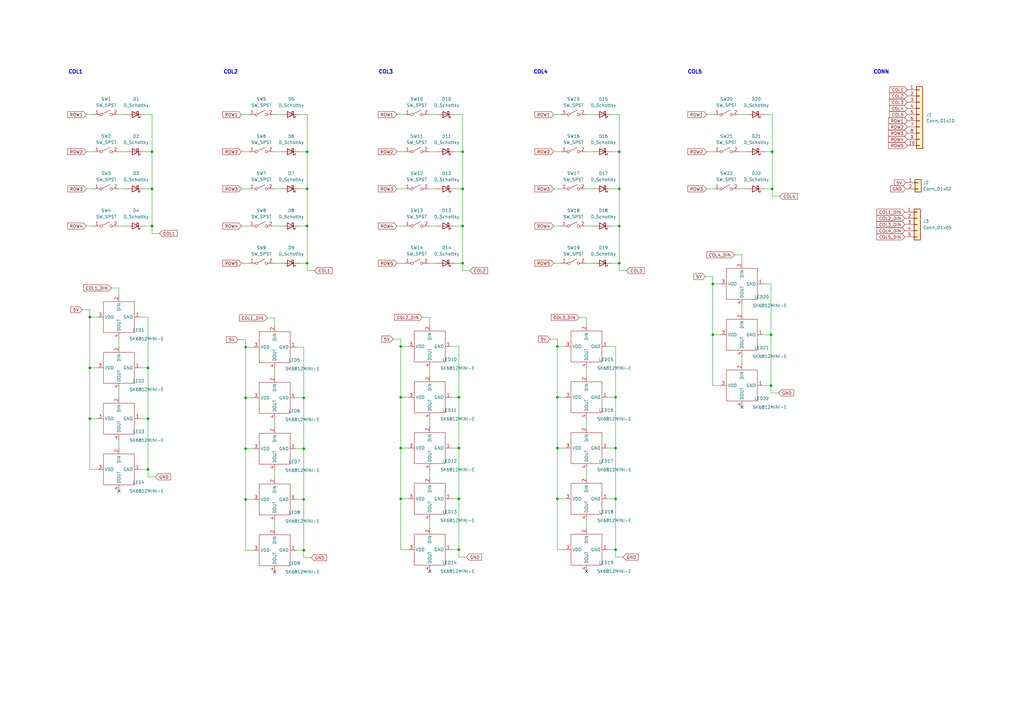
<source format=kicad_sch>
(kicad_sch (version 20211123) (generator eeschema)
  (paper "A3")
  (title_block (title "Keeb Keys") (date "2022-11-28") (rev "1") (company "Diego Covarrubias"))
  (lib_symbols
    (symbol "Connector_Generic:Conn_01x02" (pin_names (offset 1.016) hide)
      (property "Reference" "J" (at 0 2.54 0))
      (property "Value" "Conn_01x02" (at 0 -5.08 0))
      (symbol "Conn_01x02_1_1"
        (rectangle (start -1.27 -2.413) (end 0 -2.667) (stroke (width 0.1524)))
        (rectangle (start -1.27 0.127) (end 0 -0.127) (stroke (width 0.1524)))
        (rectangle (start -1.27 1.27) (end 1.27 -3.81) (stroke (width 0.254)) (fill (type background)))
        (pin passive line (at -5.08 0 0) (length 3.81) (name "Pin_1") (number "1"))
        (pin passive line (at -5.08 -2.54 0) (length 3.81) (name "Pin_2") (number "2"))
      )
    )
    (symbol "Connector_Generic:Conn_01x05" (pin_names (offset 1.016) hide)
      (property "Reference" "J" (at 0 7.62 0))
      (property "Value" "Conn_01x05" (at 0 -7.62 0))
      (symbol "Conn_01x05_1_1"
        (rectangle (start -1.27 -4.953) (end 0 -5.207) (stroke (width 0.1524)))
        (rectangle (start -1.27 -2.413) (end 0 -2.667) (stroke (width 0.1524)))
        (rectangle (start -1.27 0.127) (end 0 -0.127) (stroke (width 0.1524)))
        (rectangle (start -1.27 2.667) (end 0 2.413) (stroke (width 0.1524)))
        (rectangle (start -1.27 5.207) (end 0 4.953) (stroke (width 0.1524)))
        (rectangle (start -1.27 6.35) (end 1.27 -6.35) (stroke (width 0.254)) (fill (type background)))
        (pin passive line (at -5.08 5.08 0) (length 3.81) (name "Pin_1") (number "1"))
        (pin passive line (at -5.08 2.54 0) (length 3.81) (name "Pin_2") (number "2"))
        (pin passive line (at -5.08 0 0) (length 3.81) (name "Pin_3") (number "3"))
        (pin passive line (at -5.08 -2.54 0) (length 3.81) (name "Pin_4") (number "4"))
        (pin passive line (at -5.08 -5.08 0) (length 3.81) (name "Pin_5") (number "5"))
      )
    )
    (symbol "Connector_Generic:Conn_01x10" (pin_names (offset 1.016) hide)
      (property "Reference" "J" (at 0 12.7 0))
      (property "Value" "Conn_01x10" (at 0 -15.24 0))
      (symbol "Conn_01x10_1_1"
        (rectangle (start -1.27 -12.573) (end 0 -12.827) (stroke (width 0.1524)))
        (rectangle (start -1.27 -10.033) (end 0 -10.287) (stroke (width 0.1524)))
        (rectangle (start -1.27 -7.493) (end 0 -7.747) (stroke (width 0.1524)))
        (rectangle (start -1.27 -4.953) (end 0 -5.207) (stroke (width 0.1524)))
        (rectangle (start -1.27 -2.413) (end 0 -2.667) (stroke (width 0.1524)))
        (rectangle (start -1.27 0.127) (end 0 -0.127) (stroke (width 0.1524)))
        (rectangle (start -1.27 2.667) (end 0 2.413) (stroke (width 0.1524)))
        (rectangle (start -1.27 5.207) (end 0 4.953) (stroke (width 0.1524)))
        (rectangle (start -1.27 7.747) (end 0 7.493) (stroke (width 0.1524)))
        (rectangle (start -1.27 10.287) (end 0 10.033) (stroke (width 0.1524)))
        (rectangle (start -1.27 11.43) (end 1.27 -13.97) (stroke (width 0.254)) (fill (type background)))
        (pin passive line (at -5.08 10.16 0) (length 3.81) (name "Pin_1") (number "1"))
        (pin passive line (at -5.08 -12.7 0) (length 3.81) (name "Pin_10") (number "10"))
        (pin passive line (at -5.08 7.62 0) (length 3.81) (name "Pin_2") (number "2"))
        (pin passive line (at -5.08 5.08 0) (length 3.81) (name "Pin_3") (number "3"))
        (pin passive line (at -5.08 2.54 0) (length 3.81) (name "Pin_4") (number "4"))
        (pin passive line (at -5.08 0 0) (length 3.81) (name "Pin_5") (number "5"))
        (pin passive line (at -5.08 -2.54 0) (length 3.81) (name "Pin_6") (number "6"))
        (pin passive line (at -5.08 -5.08 0) (length 3.81) (name "Pin_7") (number "7"))
        (pin passive line (at -5.08 -7.62 0) (length 3.81) (name "Pin_8") (number "8"))
        (pin passive line (at -5.08 -10.16 0) (length 3.81) (name "Pin_9") (number "9"))
      )
    )
    (symbol "Device:D_Schottky" (pin_numbers hide) (pin_names (offset 1.016) hide)
      (property "Reference" "D" (at 0 2.54 0))
      (property "Value" "D_Schottky" (at 0 -2.54 0))
      (symbol "D_Schottky_0_1"
        (polyline (pts (xy 1.27 0) (xy -1.27 0)))
        (polyline (pts (xy 1.27 1.27) (xy 1.27 -1.27) (xy -1.27 0) (xy 1.27 1.27)) (stroke (width 0.254)))
        (polyline (pts (xy -1.905 0.635) (xy -1.905 1.27) (xy -1.27 1.27) (xy -1.27 -1.27) (xy -0.635 -1.27) (xy -0.635 -0.635)) (stroke (width 0.254)))
      )
      (symbol "D_Schottky_1_1"
        (pin passive line (at -3.81 0 0) (length 2.54) (name "K") (number "1"))
        (pin passive line (at 3.81 0 180) (length 2.54) (name "A") (number "2"))
      )
    )
    (symbol "Switch:SW_SPST" (pin_names (offset 0) hide)
      (property "Reference" "SW" (at 0 3.175 0))
      (property "Value" "SW_SPST" (at 0 -2.54 0))
      (symbol "SW_SPST_0_0"
        (circle (center -2.032 0) (radius 0.508))
        (polyline (pts (xy -1.524 0.254) (xy 1.524 1.778)))
        (circle (center 2.032 0) (radius 0.508))
      )
      (symbol "SW_SPST_1_1"
        (pin passive line (at -5.08 0 0) (length 2.54) (name "A") (number "1"))
        (pin passive line (at 5.08 0 180) (length 2.54) (name "B") (number "2"))
      )
    )
    (symbol "klib:SK6812MINI-E"
      (property "Reference" "LED" (at 10.16 -6.35 0))
      (property "Value" "SK6812MINI-E" (at 11.43 -8.89 0))
      (symbol "SK6812MINI-E_0_1"
        (rectangle (start -6.35 6.35) (end 6.35 -6.35))
      )
      (symbol "SK6812MINI-E_1_1"
        (pin input line (at 8.89 0 180) (length 2.54) (name "GND") (number "1"))
        (pin input line (at 0 8.89 270) (length 2.54) (name "DIN") (number "2"))
        (pin input line (at -8.89 0 0) (length 2.54) (name "VDD") (number "3"))
        (pin input line (at 0 -8.89 90) (length 2.54) (name "DOUT") (number "4"))
      )
    )
  )
  (junction (at 100.711 163.195))
  (junction (at 254 92.71))
  (junction (at 124.587 184.023))
  (junction (at 189.738 62.23))
  (junction (at 124.587 225.679))
  (junction (at 254 77.47))
  (junction (at 62.357 62.23))
  (junction (at 100.711 184.023))
  (junction (at 60.706 171.704))
  (junction (at 60.706 192.532))
  (junction (at 125.984 62.23))
  (junction (at 164.338 183.769))
  (junction (at 316.23 158.115))
  (junction (at 188.214 204.597))
  (junction (at 124.587 204.851))
  (junction (at 62.357 77.47))
  (junction (at 189.738 92.71))
  (junction (at 228.6 204.597))
  (junction (at 188.214 225.425))
  (junction (at 252.476 183.769))
  (junction (at 252.476 204.597))
  (junction (at 100.711 204.851))
  (junction (at 292.354 137.287))
  (junction (at 124.587 163.195))
  (junction (at 189.738 77.47))
  (junction (at 254 62.23))
  (junction (at 188.214 183.769))
  (junction (at 164.338 204.597))
  (junction (at 292.354 116.459))
  (junction (at 228.6 183.769))
  (junction (at 164.338 142.113))
  (junction (at 188.214 162.941))
  (junction (at 228.6 162.941))
  (junction (at 252.476 162.941))
  (junction (at 100.711 142.367))
  (junction (at 316.738 77.47))
  (junction (at 60.706 150.876))
  (junction (at 316.23 137.287))
  (junction (at 254 107.95))
  (junction (at 189.738 107.95))
  (junction (at 36.83 130.048))
  (junction (at 125.984 107.95))
  (junction (at 316.738 62.23))
  (junction (at 62.357 92.71))
  (junction (at 164.338 162.941))
  (junction (at 228.6 142.113))
  (junction (at 36.83 150.876))
  (junction (at 252.476 225.425))
  (junction (at 125.984 77.47))
  (junction (at 125.984 92.71))
  (junction (at 36.83 171.704))
  (no_connect (at 176.276 234.315))
  (no_connect (at 48.768 201.422))
  (no_connect (at 304.292 167.005))
  (no_connect (at 240.538 234.315))
  (no_connect (at 112.649 234.569))
  (wire (pts (xy 62.357 46.99) (xy 62.357 62.23)))
  (wire (pts (xy 316.23 116.459) (xy 313.182 116.459)))
  (wire (pts (xy 122.936 92.71) (xy 125.984 92.71)))
  (wire (pts (xy 57.658 192.532) (xy 60.706 192.532)))
  (wire (pts (xy 301.244 104.521) (xy 304.292 104.521)))
  (wire (pts (xy 167.386 142.113) (xy 164.338 142.113)))
  (wire (pts (xy 100.711 204.851) (xy 100.711 225.679)))
  (wire (pts (xy 319.786 80.518) (xy 316.738 80.518)))
  (wire (pts (xy 252.476 183.769) (xy 249.428 183.769)))
  (wire (pts (xy 189.738 62.23) (xy 189.738 77.47)))
  (wire (pts (xy 60.706 171.704) (xy 57.658 171.704)))
  (wire (pts (xy 240.538 213.487) (xy 240.538 216.535)))
  (wire (pts (xy 252.476 204.597) (xy 252.476 183.769)))
  (wire (pts (xy 240.284 46.99) (xy 243.332 46.99)))
  (wire (pts (xy 124.587 204.851) (xy 124.587 184.023)))
  (wire (pts (xy 228.6 162.941) (xy 228.6 183.769)))
  (wire (pts (xy 304.292 125.349) (xy 304.292 128.397)))
  (wire (pts (xy 100.711 139.319) (xy 100.711 142.367)))
  (wire (pts (xy 176.276 213.487) (xy 176.276 216.535)))
  (wire (pts (xy 48.641 46.99) (xy 51.689 46.99)))
  (wire (pts (xy 59.309 92.71) (xy 62.357 92.71)))
  (wire (pts (xy 304.292 146.177) (xy 304.292 149.225)))
  (wire (pts (xy 112.649 172.085) (xy 112.649 175.133)))
  (wire (pts (xy 192.786 110.998) (xy 189.738 110.998)))
  (wire (pts (xy 100.711 142.367) (xy 100.711 163.195)))
  (wire (pts (xy 59.309 46.99) (xy 62.357 46.99)))
  (wire (pts (xy 99.06 62.23) (xy 102.108 62.23)))
  (wire (pts (xy 164.338 162.941) (xy 167.386 162.941)))
  (wire (pts (xy 254 92.71) (xy 254 107.95)))
  (wire (pts (xy 48.768 180.594) (xy 48.768 183.642)))
  (wire (pts (xy 162.814 46.99) (xy 165.862 46.99)))
  (wire (pts (xy 176.276 171.831) (xy 176.276 174.879)))
  (wire (pts (xy 112.649 151.257) (xy 112.649 154.305)))
  (wire (pts (xy 303.022 77.47) (xy 306.07 77.47)))
  (wire (pts (xy 186.69 107.95) (xy 189.738 107.95)))
  (wire (pts (xy 36.83 150.876) (xy 39.878 150.876)))
  (wire (pts (xy 100.711 163.195) (xy 100.711 184.023)))
  (wire (pts (xy 124.587 163.195) (xy 121.539 163.195)))
  (wire (pts (xy 176.276 130.175) (xy 176.276 133.223)))
  (wire (pts (xy 59.309 62.23) (xy 62.357 62.23)))
  (wire (pts (xy 99.06 46.99) (xy 102.108 46.99)))
  (wire (pts (xy 164.338 162.941) (xy 164.338 183.769)))
  (wire (pts (xy 112.649 192.913) (xy 112.649 195.961)))
  (wire (pts (xy 164.338 139.065) (xy 164.338 142.113)))
  (wire (pts (xy 162.814 107.95) (xy 165.862 107.95)))
  (wire (pts (xy 240.538 171.831) (xy 240.538 174.879)))
  (wire (pts (xy 48.641 77.47) (xy 51.689 77.47)))
  (wire (pts (xy 99.06 107.95) (xy 102.108 107.95)))
  (wire (pts (xy 250.952 46.99) (xy 254 46.99)))
  (wire (pts (xy 112.268 107.95) (xy 115.316 107.95)))
  (wire (pts (xy 255.524 228.473) (xy 252.476 228.473)))
  (wire (pts (xy 62.357 77.47) (xy 62.357 92.71)))
  (wire (pts (xy 176.022 107.95) (xy 179.07 107.95)))
  (wire (pts (xy 125.984 46.99) (xy 125.984 62.23)))
  (wire (pts (xy 60.706 150.876) (xy 60.706 130.048)))
  (wire (pts (xy 304.292 104.521) (xy 304.292 107.569)))
  (wire (pts (xy 189.738 77.47) (xy 189.738 92.71)))
  (wire (pts (xy 250.952 92.71) (xy 254 92.71)))
  (wire (pts (xy 237.49 130.175) (xy 240.538 130.175)))
  (wire (pts (xy 227.076 107.95) (xy 230.124 107.95)))
  (wire (pts (xy 125.984 92.71) (xy 125.984 107.95)))
  (wire (pts (xy 191.262 228.473) (xy 188.214 228.473)))
  (wire (pts (xy 313.69 77.47) (xy 316.738 77.47)))
  (wire (pts (xy 252.476 225.425) (xy 249.428 225.425)))
  (wire (pts (xy 60.706 195.58) (xy 60.706 192.532)))
  (wire (pts (xy 62.357 95.758) (xy 62.357 92.71)))
  (wire (pts (xy 33.782 127) (xy 36.83 127)))
  (wire (pts (xy 228.6 225.425) (xy 231.648 225.425)))
  (wire (pts (xy 36.83 127) (xy 36.83 130.048)))
  (wire (pts (xy 228.6 142.113) (xy 228.6 162.941)))
  (wire (pts (xy 124.587 204.851) (xy 124.587 225.679)))
  (wire (pts (xy 189.738 46.99) (xy 189.738 62.23)))
  (wire (pts (xy 36.83 150.876) (xy 36.83 171.704)))
  (wire (pts (xy 240.538 192.659) (xy 240.538 195.707)))
  (wire (pts (xy 125.984 62.23) (xy 125.984 77.47)))
  (wire (pts (xy 62.357 62.23) (xy 62.357 77.47)))
  (wire (pts (xy 188.214 142.113) (xy 185.166 142.113)))
  (wire (pts (xy 225.552 139.065) (xy 228.6 139.065)))
  (wire (pts (xy 289.306 113.411) (xy 292.354 113.411)))
  (wire (pts (xy 48.768 118.11) (xy 48.768 121.158)))
  (wire (pts (xy 228.6 204.597) (xy 228.6 225.425)))
  (wire (pts (xy 35.433 46.99) (xy 38.481 46.99)))
  (wire (pts (xy 227.076 46.99) (xy 230.124 46.99)))
  (wire (pts (xy 162.814 62.23) (xy 165.862 62.23)))
  (wire (pts (xy 254 46.99) (xy 254 62.23)))
  (wire (pts (xy 257.048 110.998) (xy 254 110.998)))
  (wire (pts (xy 124.587 225.679) (xy 121.539 225.679)))
  (wire (pts (xy 103.759 204.851) (xy 100.711 204.851)))
  (wire (pts (xy 240.538 130.175) (xy 240.538 133.223)))
  (wire (pts (xy 48.768 159.766) (xy 48.768 162.814)))
  (wire (pts (xy 189.738 92.71) (xy 189.738 107.95)))
  (wire (pts (xy 303.022 46.99) (xy 306.07 46.99)))
  (wire (pts (xy 176.276 151.003) (xy 176.276 154.051)))
  (wire (pts (xy 48.768 138.938) (xy 48.768 141.986)))
  (wire (pts (xy 188.214 204.597) (xy 188.214 225.425)))
  (wire (pts (xy 249.428 204.597) (xy 252.476 204.597)))
  (wire (pts (xy 227.076 62.23) (xy 230.124 62.23)))
  (wire (pts (xy 188.214 183.769) (xy 185.166 183.769)))
  (wire (pts (xy 60.706 192.532) (xy 60.706 171.704)))
  (wire (pts (xy 186.69 77.47) (xy 189.738 77.47)))
  (wire (pts (xy 240.538 151.003) (xy 240.538 154.051)))
  (wire (pts (xy 292.354 116.459) (xy 292.354 137.287)))
  (wire (pts (xy 100.711 163.195) (xy 103.759 163.195)))
  (wire (pts (xy 186.69 62.23) (xy 189.738 62.23)))
  (wire (pts (xy 252.476 142.113) (xy 249.428 142.113)))
  (wire (pts (xy 188.214 162.941) (xy 188.214 142.113)))
  (wire (pts (xy 254 62.23) (xy 254 77.47)))
  (wire (pts (xy 185.166 204.597) (xy 188.214 204.597)))
  (wire (pts (xy 65.405 95.758) (xy 62.357 95.758)))
  (wire (pts (xy 228.6 183.769) (xy 231.648 183.769)))
  (wire (pts (xy 240.284 77.47) (xy 243.332 77.47)))
  (wire (pts (xy 39.878 192.532) (xy 36.83 192.532)))
  (wire (pts (xy 35.433 62.23) (xy 38.481 62.23)))
  (wire (pts (xy 313.69 62.23) (xy 316.738 62.23)))
  (wire (pts (xy 252.476 204.597) (xy 252.476 225.425)))
  (wire (pts (xy 45.72 118.11) (xy 48.768 118.11)))
  (wire (pts (xy 122.936 77.47) (xy 125.984 77.47)))
  (wire (pts (xy 129.032 110.998) (xy 125.984 110.998)))
  (wire (pts (xy 60.706 171.704) (xy 60.706 150.876)))
  (wire (pts (xy 60.706 150.876) (xy 57.658 150.876)))
  (wire (pts (xy 48.641 92.71) (xy 51.689 92.71)))
  (wire (pts (xy 112.649 130.429) (xy 112.649 133.477)))
  (wire (pts (xy 112.268 77.47) (xy 115.316 77.47)))
  (wire (pts (xy 188.214 162.941) (xy 185.166 162.941)))
  (wire (pts (xy 103.759 142.367) (xy 100.711 142.367)))
  (wire (pts (xy 63.754 195.58) (xy 60.706 195.58)))
  (wire (pts (xy 125.984 77.47) (xy 125.984 92.71)))
  (wire (pts (xy 124.587 163.195) (xy 124.587 142.367)))
  (wire (pts (xy 100.711 204.851) (xy 100.711 184.023)))
  (wire (pts (xy 124.587 228.727) (xy 124.587 225.679)))
  (wire (pts (xy 188.214 204.597) (xy 188.214 183.769)))
  (wire (pts (xy 316.738 80.518) (xy 316.738 77.47)))
  (wire (pts (xy 60.706 130.048) (xy 57.658 130.048)))
  (wire (pts (xy 176.022 77.47) (xy 179.07 77.47)))
  (wire (pts (xy 303.022 62.23) (xy 306.07 62.23)))
  (wire (pts (xy 316.23 137.287) (xy 316.23 116.459)))
  (wire (pts (xy 36.83 130.048) (xy 36.83 150.876)))
  (wire (pts (xy 176.022 62.23) (xy 179.07 62.23)))
  (wire (pts (xy 231.648 142.113) (xy 228.6 142.113)))
  (wire (pts (xy 59.309 77.47) (xy 62.357 77.47)))
  (wire (pts (xy 188.214 228.473) (xy 188.214 225.425)))
  (wire (pts (xy 252.476 162.941) (xy 249.428 162.941)))
  (wire (pts (xy 227.076 77.47) (xy 230.124 77.47)))
  (wire (pts (xy 316.23 137.287) (xy 316.23 158.115)))
  (wire (pts (xy 186.69 92.71) (xy 189.738 92.71)))
  (wire (pts (xy 125.984 110.998) (xy 125.984 107.95)))
  (wire (pts (xy 164.338 225.425) (xy 167.386 225.425)))
  (wire (pts (xy 319.278 161.163) (xy 316.23 161.163)))
  (wire (pts (xy 289.814 77.47) (xy 292.862 77.47)))
  (wire (pts (xy 39.878 130.048) (xy 36.83 130.048)))
  (wire (pts (xy 252.476 162.941) (xy 252.476 142.113)))
  (wire (pts (xy 112.268 92.71) (xy 115.316 92.71)))
  (wire (pts (xy 125.984 107.95) (xy 122.936 107.95)))
  (wire (pts (xy 164.338 204.597) (xy 164.338 225.425)))
  (wire (pts (xy 240.284 107.95) (xy 243.332 107.95)))
  (wire (pts (xy 188.214 225.425) (xy 185.166 225.425)))
  (wire (pts (xy 250.952 107.95) (xy 254 107.95)))
  (wire (pts (xy 240.284 62.23) (xy 243.332 62.23)))
  (wire (pts (xy 240.284 92.71) (xy 243.332 92.71)))
  (wire (pts (xy 188.214 183.769) (xy 188.214 162.941)))
  (wire (pts (xy 292.354 137.287) (xy 292.354 158.115)))
  (wire (pts (xy 112.268 46.99) (xy 115.316 46.99)))
  (wire (pts (xy 35.433 77.47) (xy 38.481 77.47)))
  (wire (pts (xy 36.83 192.532) (xy 36.83 171.704)))
  (wire (pts (xy 228.6 204.597) (xy 228.6 183.769)))
  (wire (pts (xy 124.587 184.023) (xy 124.587 163.195)))
  (wire (pts (xy 316.738 46.99) (xy 316.738 62.23)))
  (wire (pts (xy 186.69 46.99) (xy 189.738 46.99)))
  (wire (pts (xy 112.649 213.741) (xy 112.649 216.789)))
  (wire (pts (xy 48.641 62.23) (xy 51.689 62.23)))
  (wire (pts (xy 176.022 46.99) (xy 179.07 46.99)))
  (wire (pts (xy 109.601 130.429) (xy 112.649 130.429)))
  (wire (pts (xy 228.6 139.065) (xy 228.6 142.113)))
  (wire (pts (xy 289.814 46.99) (xy 292.862 46.99)))
  (wire (pts (xy 254 77.47) (xy 254 92.71)))
  (wire (pts (xy 254 110.998) (xy 254 107.95)))
  (wire (pts (xy 99.06 92.71) (xy 102.108 92.71)))
  (wire (pts (xy 100.711 225.679) (xy 103.759 225.679)))
  (wire (pts (xy 289.814 62.23) (xy 292.862 62.23)))
  (wire (pts (xy 124.587 184.023) (xy 121.539 184.023)))
  (wire (pts (xy 252.476 183.769) (xy 252.476 162.941)))
  (wire (pts (xy 228.6 162.941) (xy 231.648 162.941)))
  (wire (pts (xy 100.711 184.023) (xy 103.759 184.023)))
  (wire (pts (xy 231.648 204.597) (xy 228.6 204.597)))
  (wire (pts (xy 227.076 92.71) (xy 230.124 92.71)))
  (wire (pts (xy 127.635 228.727) (xy 124.587 228.727)))
  (wire (pts (xy 35.433 92.71) (xy 38.481 92.71)))
  (wire (pts (xy 164.338 142.113) (xy 164.338 162.941)))
  (wire (pts (xy 173.228 130.175) (xy 176.276 130.175)))
  (wire (pts (xy 112.268 62.23) (xy 115.316 62.23)))
  (wire (pts (xy 316.23 137.287) (xy 313.182 137.287)))
  (wire (pts (xy 316.23 161.163) (xy 316.23 158.115)))
  (wire (pts (xy 292.354 113.411) (xy 292.354 116.459)))
  (wire (pts (xy 167.386 204.597) (xy 164.338 204.597)))
  (wire (pts (xy 99.06 77.47) (xy 102.108 77.47)))
  (wire (pts (xy 313.69 46.99) (xy 316.738 46.99)))
  (wire (pts (xy 164.338 204.597) (xy 164.338 183.769)))
  (wire (pts (xy 162.814 77.47) (xy 165.862 77.47)))
  (wire (pts (xy 250.952 62.23) (xy 254 62.23)))
  (wire (pts (xy 189.738 110.998) (xy 189.738 107.95)))
  (wire (pts (xy 250.952 77.47) (xy 254 77.47)))
  (wire (pts (xy 161.29 139.065) (xy 164.338 139.065)))
  (wire (pts (xy 295.402 116.459) (xy 292.354 116.459)))
  (wire (pts (xy 36.83 171.704) (xy 39.878 171.704)))
  (wire (pts (xy 313.182 158.115) (xy 316.23 158.115)))
  (wire (pts (xy 97.663 139.319) (xy 100.711 139.319)))
  (wire (pts (xy 252.476 228.473) (xy 252.476 225.425)))
  (wire (pts (xy 292.354 137.287) (xy 295.402 137.287)))
  (wire (pts (xy 124.587 142.367) (xy 121.539 142.367)))
  (wire (pts (xy 122.936 62.23) (xy 125.984 62.23)))
  (wire (pts (xy 121.539 204.851) (xy 124.587 204.851)))
  (wire (pts (xy 164.338 183.769) (xy 167.386 183.769)))
  (wire (pts (xy 176.022 92.71) (xy 179.07 92.71)))
  (wire (pts (xy 162.814 92.71) (xy 165.862 92.71)))
  (wire (pts (xy 176.276 192.659) (xy 176.276 195.707)))
  (wire (pts (xy 316.738 62.23) (xy 316.738 77.47)))
  (wire (pts (xy 122.936 46.99) (xy 125.984 46.99)))
  (wire (pts (xy 295.402 158.115) (xy 292.354 158.115)))
  (text "COL5" (at 281.94 30.48 0) (effects (font (size 1.5 1.5) (thickness 0.3) bold) (justify left bottom)))
  (text "CONN" (at 358.14 30.48 0) (effects (font (size 1.5 1.5) (thickness 0.3) bold) (justify left bottom)))
  (text "COL3" (at 155.194 30.48 0) (effects (font (size 1.5 1.5) (thickness 0.3) bold) (justify left bottom)))
  (text "COL2" (at 91.567 30.48 0) (effects (font (size 1.5 1.5) (thickness 0.3) bold) (justify left bottom)))
  (text "COL1" (at 27.94 30.48 0) (effects (font (size 1.5 1.5) (thickness 0.3) bold) (justify left bottom)))
  (text "COL4" (at 218.694 30.48 0) (effects (font (size 1.5 1.5) (thickness 0.3) bold) (justify left bottom)))
  (global_label "ROW4" (shape input) (at 35.433 92.71 180) (property "Intersheet References" "${INTERSHEET_REFS}" (effects hide)))
  (global_label "ROW3" (shape input) (at 35.433 77.47 180) (property "Intersheet References" "${INTERSHEET_REFS}" (effects hide)))
  (global_label "ROW1" (shape input) (at 99.06 46.99 180) (property "Intersheet References" "${INTERSHEET_REFS}" (effects hide)))
  (global_label "ROW4" (shape input) (at 227.076 92.71 180) (property "Intersheet References" "${INTERSHEET_REFS}" (effects hide)))
  (global_label "5V" (shape input) (at 97.663 139.319 180) (property "Intersheet References" "${INTERSHEET_REFS}" (effects hide)))
  (global_label "COL1" (shape input) (at 372.11 36.83 180) (property "Intersheet References" "${INTERSHEET_REFS}" (effects hide)))
  (global_label "ROW2" (shape input) (at 35.433 62.23 180) (property "Intersheet References" "${INTERSHEET_REFS}" (effects hide)))
  (global_label "COL5" (shape input) (at 372.11 46.99 180) (property "Intersheet References" "${INTERSHEET_REFS}" (effects hide)))
  (global_label "ROW3" (shape input) (at 289.814 77.47 180) (property "Intersheet References" "${INTERSHEET_REFS}" (effects hide)))
  (global_label "ROW3" (shape input) (at 99.06 77.47 180) (property "Intersheet References" "${INTERSHEET_REFS}" (effects hide)))
  (global_label "COL3" (shape input) (at 372.11 41.91 180) (property "Intersheet References" "${INTERSHEET_REFS}" (effects hide)))
  (global_label "ROW5" (shape input) (at 162.814 107.95 180) (property "Intersheet References" "${INTERSHEET_REFS}" (effects hide)))
  (global_label "COL5_DIN" (shape input) (at 371.094 97.155 180) (property "Intersheet References" "${INTERSHEET_REFS}" (effects hide)))
  (global_label "ROW2" (shape input) (at 99.06 62.23 180) (property "Intersheet References" "${INTERSHEET_REFS}" (effects hide)))
  (global_label "COL1" (shape input) (at 65.405 95.758 0) (property "Intersheet References" "${INTERSHEET_REFS}" (effects hide)))
  (global_label "ROW5" (shape input) (at 372.11 59.69 180) (property "Intersheet References" "${INTERSHEET_REFS}" (effects hide)))
  (global_label "ROW5" (shape input) (at 99.06 107.95 180) (property "Intersheet References" "${INTERSHEET_REFS}" (effects hide)))
  (global_label "ROW3" (shape input) (at 372.11 54.61 180) (property "Intersheet References" "${INTERSHEET_REFS}" (effects hide)))
  (global_label "COL3_DIN" (shape input) (at 237.49 130.175 180) (property "Intersheet References" "${INTERSHEET_REFS}" (effects hide)))
  (global_label "ROW5" (shape input) (at 227.076 107.95 180) (property "Intersheet References" "${INTERSHEET_REFS}" (effects hide)))
  (global_label "ROW2" (shape input) (at 162.814 62.23 180) (property "Intersheet References" "${INTERSHEET_REFS}" (effects hide)))
  (global_label "COL3_DIN" (shape input) (at 371.094 92.075 180) (property "Intersheet References" "${INTERSHEET_REFS}" (effects hide)))
  (global_label "COL4_DIN" (shape input) (at 371.094 94.615 180) (property "Intersheet References" "${INTERSHEET_REFS}" (effects hide)))
  (global_label "ROW2" (shape input) (at 289.814 62.23 180) (property "Intersheet References" "${INTERSHEET_REFS}" (effects hide)))
  (global_label "GND" (shape input) (at 127.635 228.727 0) (property "Intersheet References" "${INTERSHEET_REFS}" (effects hide)))
  (global_label "COL2" (shape input) (at 372.11 39.37 180) (property "Intersheet References" "${INTERSHEET_REFS}" (effects hide)))
  (global_label "5V" (shape input) (at 33.782 127 180) (property "Intersheet References" "${INTERSHEET_REFS}" (effects hide)))
  (global_label "GND" (shape input) (at 63.754 195.58 0) (property "Intersheet References" "${INTERSHEET_REFS}" (effects hide)))
  (global_label "COL2_DIN" (shape input) (at 173.228 130.175 180) (property "Intersheet References" "${INTERSHEET_REFS}" (effects hide)))
  (global_label "5V" (shape input) (at 161.29 139.065 180) (property "Intersheet References" "${INTERSHEET_REFS}" (effects hide)))
  (global_label "5V" (shape input) (at 289.306 113.411 180) (property "Intersheet References" "${INTERSHEET_REFS}" (effects hide)))
  (global_label "COL4" (shape input) (at 372.11 44.45 180) (property "Intersheet References" "${INTERSHEET_REFS}" (effects hide)))
  (global_label "GND" (shape input) (at 255.524 228.473 0) (property "Intersheet References" "${INTERSHEET_REFS}" (effects hide)))
  (global_label "COL2_DIN" (shape input) (at 371.094 89.535 180) (property "Intersheet References" "${INTERSHEET_REFS}" (effects hide)))
  (global_label "ROW3" (shape input) (at 162.814 77.47 180) (property "Intersheet References" "${INTERSHEET_REFS}" (effects hide)))
  (global_label "COL1" (shape input) (at 129.032 110.998 0) (property "Intersheet References" "${INTERSHEET_REFS}" (effects hide)))
  (global_label "ROW4" (shape input) (at 372.11 57.15 180) (property "Intersheet References" "${INTERSHEET_REFS}" (effects hide)))
  (global_label "COL4_DIN" (shape input) (at 301.244 104.521 180) (property "Intersheet References" "${INTERSHEET_REFS}" (effects hide)))
  (global_label "COL4" (shape input) (at 319.786 80.518 0) (property "Intersheet References" "${INTERSHEET_REFS}" (effects hide)))
  (global_label "GND" (shape input) (at 319.278 161.163 0) (property "Intersheet References" "${INTERSHEET_REFS}" (effects hide)))
  (global_label "GND" (shape input) (at 191.262 228.473 0) (property "Intersheet References" "${INTERSHEET_REFS}" (effects hide)))
  (global_label "ROW3" (shape input) (at 227.076 77.47 180) (property "Intersheet References" "${INTERSHEET_REFS}" (effects hide)))
  (global_label "COL1_DIN" (shape input) (at 371.094 86.995 180) (property "Intersheet References" "${INTERSHEET_REFS}" (effects hide)))
  (global_label "COL1_DIN" (shape input) (at 109.601 130.429 180) (property "Intersheet References" "${INTERSHEET_REFS}" (effects hide)))
  (global_label "ROW2" (shape input) (at 372.11 52.07 180) (property "Intersheet References" "${INTERSHEET_REFS}" (effects hide)))
  (global_label "GND" (shape input) (at 371.475 77.47 180) (property "Intersheet References" "${INTERSHEET_REFS}" (effects hide)))
  (global_label "5V" (shape input) (at 225.552 139.065 180) (property "Intersheet References" "${INTERSHEET_REFS}" (effects hide)))
  (global_label "ROW1" (shape input) (at 227.076 46.99 180) (property "Intersheet References" "${INTERSHEET_REFS}" (effects hide)))
  (global_label "ROW1" (shape input) (at 162.814 46.99 180) (property "Intersheet References" "${INTERSHEET_REFS}" (effects hide)))
  (global_label "COL3" (shape input) (at 257.048 110.998 0) (property "Intersheet References" "${INTERSHEET_REFS}" (effects hide)))
  (global_label "ROW4" (shape input) (at 162.814 92.71 180) (property "Intersheet References" "${INTERSHEET_REFS}" (effects hide)))
  (global_label "ROW1" (shape input) (at 372.11 49.53 180) (property "Intersheet References" "${INTERSHEET_REFS}" (effects hide)))
  (global_label "ROW4" (shape input) (at 99.06 92.71 180) (property "Intersheet References" "${INTERSHEET_REFS}" (effects hide)))
  (global_label "ROW1" (shape input) (at 289.814 46.99 180) (property "Intersheet References" "${INTERSHEET_REFS}" (effects hide)))
  (global_label "COL2" (shape input) (at 192.786 110.998 0) (property "Intersheet References" "${INTERSHEET_REFS}" (effects hide)))
  (global_label "ROW1" (shape input) (at 35.433 46.99 180) (property "Intersheet References" "${INTERSHEET_REFS}" (effects hide)))
  (global_label "ROW2" (shape input) (at 227.076 62.23 180) (property "Intersheet References" "${INTERSHEET_REFS}" (effects hide)))
  (global_label "COL1_DIN" (shape input) (at 45.72 118.11 180) (property "Intersheet References" "${INTERSHEET_REFS}" (effects hide)))
  (global_label "5V" (shape input) (at 371.475 74.93 180) (property "Intersheet References" "${INTERSHEET_REFS}" (effects hide)))
  (symbol (lib_id "klib:SK6812MINI-E") (at 240.538 225.425 0) (unit 1)
    (property "Reference" "LED19" (at 248.666 230.759 0))
    (property "Value" "SK6812MINI-E" (at 251.968 234.315 0))
    (property "Footprint" "klib:OPSCO_SK6812MINI-E" (effects hide))
  )
  (symbol (lib_id "Switch:SW_SPST") (at 170.942 62.23 0) (unit 1)
    (property "Reference" "SW11" (at 170.942 55.88 0))
    (property "Value" "SW_SPST" (at 170.942 58.42 0))
    (property "Footprint" "klib:CHERRY_MX_SW-PCB-Reversible" (effects hide))
  )
  (symbol (lib_id "Device:D_Schottky") (at 182.88 77.47 180) (unit 1)
    (property "Reference" "D12" (at 183.1975 71.12 0))
    (property "Value" "D_Schottky" (at 183.1975 73.66 0))
    (property "Footprint" "Diode_SMD:D_SOD-323" (effects hide))
  )
  (symbol (lib_id "Device:D_Schottky") (at 55.499 62.23 180) (unit 1)
    (property "Reference" "D2" (at 55.8165 55.88 0))
    (property "Value" "D_Schottky" (at 55.8165 58.42 0))
    (property "Footprint" "Diode_SMD:D_SOD-323" (effects hide))
  )
  (symbol (lib_id "klib:SK6812MINI-E") (at 48.768 130.048 0) (unit 1)
    (property "Reference" "LED1" (at 56.896 135.382 0))
    (property "Value" "SK6812MINI-E" (at 60.198 138.938 0))
    (property "Footprint" "klib:OPSCO_SK6812MINI-E" (effects hide))
  )
  (symbol (lib_id "klib:SK6812MINI-E") (at 112.649 163.195 0) (unit 1)
    (property "Reference" "LED6" (at 120.777 168.529 0))
    (property "Value" "SK6812MINI-E" (at 124.079 172.085 0))
    (property "Footprint" "klib:OPSCO_SK6812MINI-E" (effects hide))
  )
  (symbol (lib_id "klib:SK6812MINI-E") (at 240.538 142.113 0) (unit 1)
    (property "Reference" "LED15" (at 248.666 147.447 0))
    (property "Value" "SK6812MINI-E" (at 251.968 151.003 0))
    (property "Footprint" "klib:OPSCO_SK6812MINI-E" (effects hide))
  )
  (symbol (lib_id "klib:SK6812MINI-E") (at 112.649 225.679 0) (unit 1)
    (property "Reference" "LED9" (at 120.777 231.013 0))
    (property "Value" "SK6812MINI-E" (at 124.079 234.569 0))
    (property "Footprint" "klib:OPSCO_SK6812MINI-E" (effects hide))
  )
  (symbol (lib_id "Device:D_Schottky") (at 247.142 107.95 180) (unit 1)
    (property "Reference" "D19" (at 247.4595 101.6 0))
    (property "Value" "D_Schottky" (at 247.4595 104.14 0))
    (property "Footprint" "Diode_SMD:D_SOD-323" (effects hide))
  )
  (symbol (lib_id "Device:D_Schottky") (at 119.126 46.99 180) (unit 1)
    (property "Reference" "D5" (at 119.4435 40.64 0))
    (property "Value" "D_Schottky" (at 119.4435 43.18 0))
    (property "Footprint" "Diode_SMD:D_SOD-323" (effects hide))
  )
  (symbol (lib_id "Switch:SW_SPST") (at 170.942 46.99 0) (unit 1)
    (property "Reference" "SW10" (at 170.942 40.64 0))
    (property "Value" "SW_SPST" (at 170.942 43.18 0))
    (property "Footprint" "klib:CHERRY_MX_SW-PCB-Reversible" (effects hide))
  )
  (symbol (lib_id "Switch:SW_SPST") (at 107.188 62.23 0) (unit 1)
    (property "Reference" "SW6" (at 107.188 55.88 0))
    (property "Value" "SW_SPST" (at 107.188 58.42 0))
    (property "Footprint" "klib:CHERRY_MX_SW-PCB-Reversible" (effects hide))
  )
  (symbol (lib_id "Device:D_Schottky") (at 119.126 77.47 180) (unit 1)
    (property "Reference" "D7" (at 119.4435 71.12 0))
    (property "Value" "D_Schottky" (at 119.4435 73.66 0))
    (property "Footprint" "Diode_SMD:D_SOD-323" (effects hide))
  )
  (symbol (lib_id "klib:SK6812MINI-E") (at 176.276 142.113 0) (unit 1)
    (property "Reference" "LED10" (at 184.404 147.447 0))
    (property "Value" "SK6812MINI-E" (at 187.706 151.003 0))
    (property "Footprint" "klib:OPSCO_SK6812MINI-E" (effects hide))
  )
  (symbol (lib_id "klib:SK6812MINI-E") (at 112.649 204.851 0) (unit 1)
    (property "Reference" "LED8" (at 120.777 210.185 0))
    (property "Value" "SK6812MINI-E" (at 124.079 213.741 0))
    (property "Footprint" "klib:OPSCO_SK6812MINI-E" (effects hide))
  )
  (symbol (lib_id "Device:D_Schottky") (at 247.142 46.99 180) (unit 1)
    (property "Reference" "D15" (at 247.4595 40.64 0))
    (property "Value" "D_Schottky" (at 247.4595 43.18 0))
    (property "Footprint" "Diode_SMD:D_SOD-323" (effects hide))
  )
  (symbol (lib_id "Switch:SW_SPST") (at 170.942 107.95 0) (unit 1)
    (property "Reference" "SW14" (at 170.942 101.6 0))
    (property "Value" "SW_SPST" (at 170.942 104.14 0))
    (property "Footprint" "klib:CHERRY_MX_SW-PCB-Reversible" (effects hide))
  )
  (symbol (lib_id "Device:D_Schottky") (at 55.499 46.99 180) (unit 1)
    (property "Reference" "D1" (at 55.8165 40.64 0))
    (property "Value" "D_Schottky" (at 55.8165 43.18 0))
    (property "Footprint" "Diode_SMD:D_SOD-323" (effects hide))
  )
  (symbol (lib_id "klib:SK6812MINI-E") (at 48.768 171.704 0) (unit 1)
    (property "Reference" "LED3" (at 56.896 177.038 0))
    (property "Value" "SK6812MINI-E" (at 60.198 180.594 0))
    (property "Footprint" "klib:OPSCO_SK6812MINI-E" (effects hide))
  )
  (symbol (lib_id "Switch:SW_SPST") (at 107.188 46.99 0) (unit 1)
    (property "Reference" "SW5" (at 107.188 40.64 0))
    (property "Value" "SW_SPST" (at 107.188 43.18 0))
    (property "Footprint" "klib:CHERRY_MX_SW-PCB-Reversible" (effects hide))
  )
  (symbol (lib_id "Device:D_Schottky") (at 247.142 62.23 180) (unit 1)
    (property "Reference" "D16" (at 247.4595 55.88 0))
    (property "Value" "D_Schottky" (at 247.4595 58.42 0))
    (property "Footprint" "Diode_SMD:D_SOD-323" (effects hide))
  )
  (symbol (lib_id "Device:D_Schottky") (at 182.88 62.23 180) (unit 1)
    (property "Reference" "D11" (at 183.1975 55.88 0))
    (property "Value" "D_Schottky" (at 183.1975 58.42 0))
    (property "Footprint" "Diode_SMD:D_SOD-323" (effects hide))
  )
  (symbol (lib_id "Device:D_Schottky") (at 182.88 107.95 180) (unit 1)
    (property "Reference" "D14" (at 183.1975 101.6 0))
    (property "Value" "D_Schottky" (at 183.1975 104.14 0))
    (property "Footprint" "Diode_SMD:D_SOD-323" (effects hide))
  )
  (symbol (lib_id "Switch:SW_SPST") (at 43.561 92.71 0) (unit 1)
    (property "Reference" "SW4" (at 43.561 86.36 0))
    (property "Value" "SW_SPST" (at 43.561 88.9 0))
    (property "Footprint" "klib:CHERRY_MX_SW-PCB-Reversible" (effects hide))
  )
  (symbol (lib_id "Device:D_Schottky") (at 309.88 62.23 180) (unit 1)
    (property "Reference" "D21" (at 310.1975 55.88 0))
    (property "Value" "D_Schottky" (at 310.1975 58.42 0))
    (property "Footprint" "Diode_SMD:D_SOD-323" (effects hide))
  )
  (symbol (lib_id "Device:D_Schottky") (at 119.126 107.95 180) (unit 1)
    (property "Reference" "D9" (at 119.4435 101.6 0))
    (property "Value" "D_Schottky" (at 119.4435 104.14 0))
    (property "Footprint" "Diode_SMD:D_SOD-323" (effects hide))
  )
  (symbol (lib_id "Device:D_Schottky") (at 182.88 46.99 180) (unit 1)
    (property "Reference" "D10" (at 183.1975 40.64 0))
    (property "Value" "D_Schottky" (at 183.1975 43.18 0))
    (property "Footprint" "Diode_SMD:D_SOD-323" (effects hide))
  )
  (symbol (lib_id "Device:D_Schottky") (at 309.88 46.99 180) (unit 1)
    (property "Reference" "D20" (at 310.1975 40.64 0))
    (property "Value" "D_Schottky" (at 310.1975 43.18 0))
    (property "Footprint" "Diode_SMD:D_SOD-323" (effects hide))
  )
  (symbol (lib_id "Switch:SW_SPST") (at 43.561 46.99 0) (unit 1)
    (property "Reference" "SW1" (at 43.561 40.64 0))
    (property "Value" "SW_SPST" (at 43.561 43.18 0))
    (property "Footprint" "klib:CHERRY_MX_SW-PCB-Reversible" (effects hide))
  )
  (symbol (lib_id "Switch:SW_SPST") (at 235.204 107.95 0) (unit 1)
    (property "Reference" "SW19" (at 235.204 101.6 0))
    (property "Value" "SW_SPST" (at 235.204 104.14 0))
    (property "Footprint" "klib:CHERRY_MX_SW-PCB-Reversible" (effects hide))
  )
  (symbol (lib_id "klib:SK6812MINI-E") (at 176.276 204.597 0) (unit 1)
    (property "Reference" "LED13" (at 184.404 209.931 0))
    (property "Value" "SK6812MINI-E" (at 187.706 213.487 0))
    (property "Footprint" "klib:OPSCO_SK6812MINI-E" (effects hide))
  )
  (symbol (lib_id "Switch:SW_SPST") (at 235.204 92.71 0) (unit 1)
    (property "Reference" "SW18" (at 235.204 86.36 0))
    (property "Value" "SW_SPST" (at 235.204 88.9 0))
    (property "Footprint" "klib:CHERRY_MX_SW-PCB-Reversible" (effects hide))
  )
  (symbol (lib_id "Switch:SW_SPST") (at 170.942 92.71 0) (unit 1)
    (property "Reference" "SW13" (at 170.942 86.36 0))
    (property "Value" "SW_SPST" (at 170.942 88.9 0))
    (property "Footprint" "klib:CHERRY_MX_SW-PCB-Reversible" (effects hide))
  )
  (symbol (lib_id "klib:SK6812MINI-E") (at 304.292 137.287 0) (unit 1)
    (property "Reference" "LED21" (at 312.42 142.621 0))
    (property "Value" "SK6812MINI-E" (at 315.722 146.177 0))
    (property "Footprint" "klib:OPSCO_SK6812MINI-E" (effects hide))
  )
  (symbol (lib_id "Device:D_Schottky") (at 247.142 77.47 180) (unit 1)
    (property "Reference" "D17" (at 247.4595 71.12 0))
    (property "Value" "D_Schottky" (at 247.4595 73.66 0))
    (property "Footprint" "Diode_SMD:D_SOD-323" (effects hide))
  )
  (symbol (lib_id "Connector_Generic:Conn_01x10") (at 377.19 46.99 0) (unit 1)
    (property "Reference" "J1" (at 379.857 46.9899 0) (effects (justify left)))
    (property "Value" "Conn_01x10" (at 379.857 49.5299 0) (effects (justify left)))
    (property "Footprint" "Connector_Molex:Molex_PicoBlade_53047-1010_1x10_P1.25mm_Vertical" (effects hide))
  )
  (symbol (lib_id "klib:SK6812MINI-E") (at 304.292 116.459 0) (unit 1)
    (property "Reference" "LED20" (at 312.42 121.793 0))
    (property "Value" "SK6812MINI-E" (at 315.722 125.349 0))
    (property "Footprint" "klib:OPSCO_SK6812MINI-E" (effects hide))
  )
  (symbol (lib_id "Switch:SW_SPST") (at 235.204 62.23 0) (unit 1)
    (property "Reference" "SW16" (at 235.204 55.88 0))
    (property "Value" "SW_SPST" (at 235.204 58.42 0))
    (property "Footprint" "klib:CHERRY_MX_SW-PCB-Reversible" (effects hide))
  )
  (symbol (lib_id "Switch:SW_SPST") (at 107.188 77.47 0) (unit 1)
    (property "Reference" "SW7" (at 107.188 71.12 0))
    (property "Value" "SW_SPST" (at 107.188 73.66 0))
    (property "Footprint" "klib:CHERRY_MX_SW-PCB-Reversible" (effects hide))
  )
  (symbol (lib_id "Switch:SW_SPST") (at 107.188 107.95 0) (unit 1)
    (property "Reference" "SW9" (at 107.188 101.6 0))
    (property "Value" "SW_SPST" (at 107.188 104.14 0))
    (property "Footprint" "klib:CHERRY_MX_SW-PCB-Reversible" (effects hide))
  )
  (symbol (lib_id "klib:SK6812MINI-E") (at 240.538 204.597 0) (unit 1)
    (property "Reference" "LED18" (at 248.666 209.931 0))
    (property "Value" "SK6812MINI-E" (at 251.968 213.487 0))
    (property "Footprint" "klib:OPSCO_SK6812MINI-E" (effects hide))
  )
  (symbol (lib_id "Device:D_Schottky") (at 55.499 92.71 180) (unit 1)
    (property "Reference" "D4" (at 55.8165 86.36 0))
    (property "Value" "D_Schottky" (at 55.8165 88.9 0))
    (property "Footprint" "Diode_SMD:D_SOD-323" (effects hide))
  )
  (symbol (lib_id "klib:SK6812MINI-E") (at 176.276 183.769 0) (unit 1)
    (property "Reference" "LED12" (at 184.404 189.103 0))
    (property "Value" "SK6812MINI-E" (at 187.706 192.659 0))
    (property "Footprint" "klib:OPSCO_SK6812MINI-E" (effects hide))
  )
  (symbol (lib_id "Switch:SW_SPST") (at 297.942 62.23 0) (unit 1)
    (property "Reference" "SW21" (at 297.942 55.88 0))
    (property "Value" "SW_SPST" (at 297.942 58.42 0))
    (property "Footprint" "klib:CHERRY_MX_SW-PCB-Reversible" (effects hide))
  )
  (symbol (lib_id "Connector_Generic:Conn_01x02") (at 376.555 74.93 0) (unit 1)
    (property "Reference" "J2" (at 378.587 74.9299 0) (effects (justify left)))
    (property "Value" "Conn_01x02" (at 378.587 77.4699 0) (effects (justify left)))
    (property "Footprint" "klib:MOLEX_533750210-Mini-Lock-2Pin-Through-Hole" (effects hide))
  )
  (symbol (lib_id "Switch:SW_SPST") (at 43.561 62.23 0) (unit 1)
    (property "Reference" "SW2" (at 43.561 55.88 0))
    (property "Value" "SW_SPST" (at 43.561 58.42 0))
    (property "Footprint" "klib:CHERRY_MX_SW-PCB-Reversible" (effects hide))
  )
  (symbol (lib_id "Connector_Generic:Conn_01x05") (at 376.174 92.075 0) (unit 1)
    (property "Reference" "J3" (at 378.587 90.8049 0) (effects (justify left)))
    (property "Value" "Conn_01x05" (at 378.587 93.3449 0) (effects (justify left)))
    (property "Footprint" "Connector_Molex:Molex_PicoBlade_53047-0510_1x05_P1.25mm_Vertical" (effects hide))
  )
  (symbol (lib_id "Switch:SW_SPST") (at 170.942 77.47 0) (unit 1)
    (property "Reference" "SW12" (at 170.942 71.12 0))
    (property "Value" "SW_SPST" (at 170.942 73.66 0))
    (property "Footprint" "klib:CHERRY_MX_SW-PCB-Reversible" (effects hide))
  )
  (symbol (lib_id "klib:SK6812MINI-E") (at 240.538 183.769 0) (unit 1)
    (property "Reference" "LED17" (at 248.666 189.103 0))
    (property "Value" "SK6812MINI-E" (at 251.968 192.659 0))
    (property "Footprint" "klib:OPSCO_SK6812MINI-E" (effects hide))
  )
  (symbol (lib_id "klib:SK6812MINI-E") (at 176.276 225.425 0) (unit 1)
    (property "Reference" "LED14" (at 184.404 230.759 0))
    (property "Value" "SK6812MINI-E" (at 187.706 234.315 0))
    (property "Footprint" "klib:OPSCO_SK6812MINI-E" (effects hide))
  )
  (symbol (lib_id "klib:SK6812MINI-E") (at 240.538 162.941 0) (unit 1)
    (property "Reference" "LED16" (at 248.666 168.275 0))
    (property "Value" "SK6812MINI-E" (at 251.968 171.831 0))
    (property "Footprint" "klib:OPSCO_SK6812MINI-E" (effects hide))
  )
  (symbol (lib_id "Switch:SW_SPST") (at 43.561 77.47 0) (unit 1)
    (property "Reference" "SW3" (at 43.561 71.12 0))
    (property "Value" "SW_SPST" (at 43.561 73.66 0))
    (property "Footprint" "klib:CHERRY_MX_SW-PCB-Reversible" (effects hide))
  )
  (symbol (lib_id "klib:SK6812MINI-E") (at 112.649 184.023 0) (unit 1)
    (property "Reference" "LED7" (at 120.777 189.357 0))
    (property "Value" "SK6812MINI-E" (at 124.079 192.913 0))
    (property "Footprint" "klib:OPSCO_SK6812MINI-E" (effects hide))
  )
  (symbol (lib_id "Device:D_Schottky") (at 247.142 92.71 180) (unit 1)
    (property "Reference" "D18" (at 247.4595 86.36 0))
    (property "Value" "D_Schottky" (at 247.4595 88.9 0))
    (property "Footprint" "Diode_SMD:D_SOD-323" (effects hide))
  )
  (symbol (lib_id "Switch:SW_SPST") (at 107.188 92.71 0) (unit 1)
    (property "Reference" "SW8" (at 107.188 86.36 0))
    (property "Value" "SW_SPST" (at 107.188 88.9 0))
    (property "Footprint" "klib:CHERRY_MX_SW-PCB-Reversible" (effects hide))
  )
  (symbol (lib_id "Switch:SW_SPST") (at 297.942 77.47 0) (unit 1)
    (property "Reference" "SW22" (at 297.942 71.12 0))
    (property "Value" "SW_SPST" (at 297.942 73.66 0))
    (property "Footprint" "klib:CHERRY_MX_SW-PCB-Reversible" (effects hide))
  )
  (symbol (lib_id "Switch:SW_SPST") (at 235.204 77.47 0) (unit 1)
    (property "Reference" "SW17" (at 235.204 71.12 0))
    (property "Value" "SW_SPST" (at 235.204 73.66 0))
    (property "Footprint" "klib:CHERRY_MX_SW-PCB-Reversible" (effects hide))
  )
  (symbol (lib_id "Device:D_Schottky") (at 119.126 92.71 180) (unit 1)
    (property "Reference" "D8" (at 119.4435 86.36 0))
    (property "Value" "D_Schottky" (at 119.4435 88.9 0))
    (property "Footprint" "Diode_SMD:D_SOD-323" (effects hide))
  )
  (symbol (lib_id "klib:SK6812MINI-E") (at 48.768 192.532 0) (unit 1)
    (property "Reference" "LED4" (at 56.896 197.866 0))
    (property "Value" "SK6812MINI-E" (at 60.198 201.422 0))
    (property "Footprint" "klib:OPSCO_SK6812MINI-E" (effects hide))
  )
  (symbol (lib_id "klib:SK6812MINI-E") (at 176.276 162.941 0) (unit 1)
    (property "Reference" "LED11" (at 184.404 168.275 0))
    (property "Value" "SK6812MINI-E" (at 187.706 171.831 0))
    (property "Footprint" "klib:OPSCO_SK6812MINI-E" (effects hide))
  )
  (symbol (lib_id "klib:SK6812MINI-E") (at 48.768 150.876 0) (unit 1)
    (property "Reference" "LED2" (at 56.896 156.21 0))
    (property "Value" "SK6812MINI-E" (at 60.198 159.766 0))
    (property "Footprint" "klib:OPSCO_SK6812MINI-E" (effects hide))
  )
  (symbol (lib_id "Device:D_Schottky") (at 55.499 77.47 180) (unit 1)
    (property "Reference" "D3" (at 55.8165 71.12 0))
    (property "Value" "D_Schottky" (at 55.8165 73.66 0))
    (property "Footprint" "Diode_SMD:D_SOD-323" (effects hide))
  )
  (symbol (lib_id "Device:D_Schottky") (at 119.126 62.23 180) (unit 1)
    (property "Reference" "D6" (at 119.4435 55.88 0))
    (property "Value" "D_Schottky" (at 119.4435 58.42 0))
    (property "Footprint" "Diode_SMD:D_SOD-323" (effects hide))
  )
  (symbol (lib_id "Switch:SW_SPST") (at 297.942 46.99 0) (unit 1)
    (property "Reference" "SW20" (at 297.942 40.64 0))
    (property "Value" "SW_SPST" (at 297.942 43.18 0))
    (property "Footprint" "klib:CHERRY_MX_SW-PCB-Reversible" (effects hide))
  )
  (symbol (lib_id "Device:D_Schottky") (at 309.88 77.47 180) (unit 1)
    (property "Reference" "D22" (at 310.1975 71.12 0))
    (property "Value" "D_Schottky" (at 310.1975 73.66 0))
    (property "Footprint" "Diode_SMD:D_SOD-323" (effects hide))
  )
  (symbol (lib_id "Switch:SW_SPST") (at 235.204 46.99 0) (unit 1)
    (property "Reference" "SW15" (at 235.204 40.64 0))
    (property "Value" "SW_SPST" (at 235.204 43.18 0))
    (property "Footprint" "klib:CHERRY_MX_SW-PCB-Reversible" (effects hide))
  )
  (symbol (lib_id "Device:D_Schottky") (at 182.88 92.71 180) (unit 1)
    (property "Reference" "D13" (at 183.1975 86.36 0))
    (property "Value" "D_Schottky" (at 183.1975 88.9 0))
    (property "Footprint" "Diode_SMD:D_SOD-323" (effects hide))
  )
  (symbol (lib_id "klib:SK6812MINI-E") (at 112.649 142.367 0) (unit 1)
    (property "Reference" "LED5" (at 120.777 147.701 0))
    (property "Value" "SK6812MINI-E" (at 124.079 151.257 0))
    (property "Footprint" "klib:OPSCO_SK6812MINI-E" (effects hide))
  )
  (symbol (lib_id "klib:SK6812MINI-E") (at 304.292 158.115 0) (unit 1)
    (property "Reference" "LED22" (at 312.42 163.449 0))
    (property "Value" "SK6812MINI-E" (at 315.722 167.005 0))
    (property "Footprint" "klib:OPSCO_SK6812MINI-E" (effects hide))
  )
)
</source>
